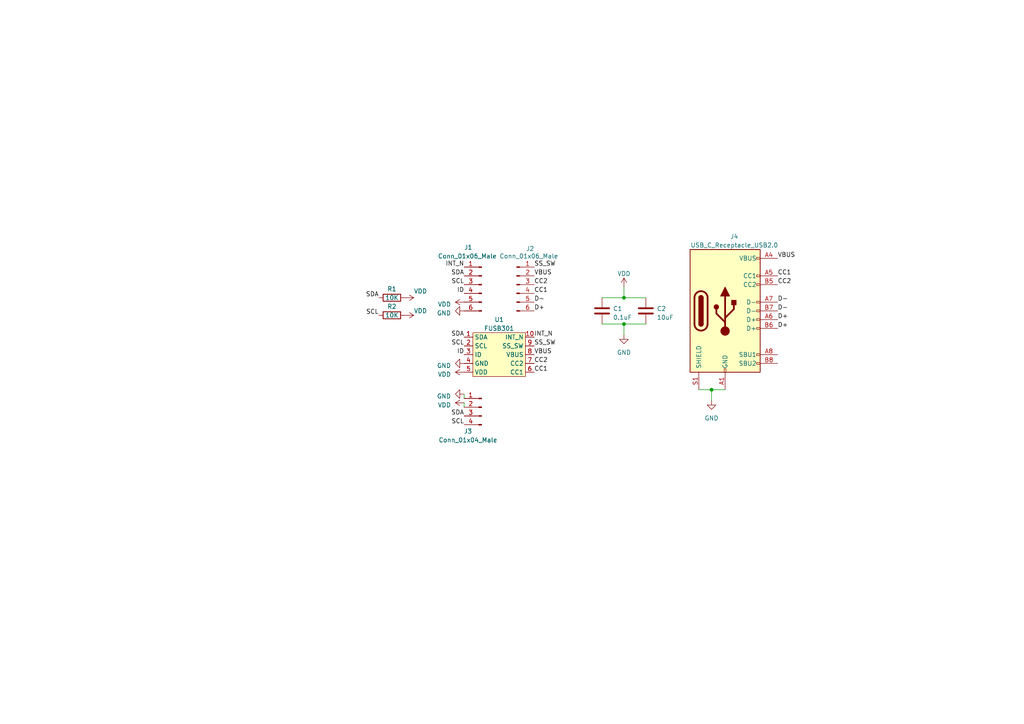
<source format=kicad_sch>
(kicad_sch (version 20210406) (generator eeschema)
  (paper "A4")
  (lib_symbols
    (symbol "Connector:Conn_01x04_Male" (pin_names (offset 1.016) hide)
      (property "Reference" "J" (at 0 5.08 0))
      (property "Value" "Conn_01x04_Male" (at 0 -7.62 0))
      (symbol "Conn_01x04_Male_1_1"
        (rectangle (start 0.8636 -4.953) (end 0 -5.207) (stroke (width 0.1524)) (fill (type outline)))
        (rectangle (start 0.8636 -2.413) (end 0 -2.667) (stroke (width 0.1524)) (fill (type outline)))
        (rectangle (start 0.8636 0.127) (end 0 -0.127) (stroke (width 0.1524)) (fill (type outline)))
        (rectangle (start 0.8636 2.667) (end 0 2.413) (stroke (width 0.1524)) (fill (type outline)))
        (polyline (pts (xy 1.27 -5.08) (xy 0.8636 -5.08)) (stroke (width 0.1524)))
        (polyline (pts (xy 1.27 -2.54) (xy 0.8636 -2.54)) (stroke (width 0.1524)))
        (polyline (pts (xy 1.27 0) (xy 0.8636 0)) (stroke (width 0.1524)))
        (polyline (pts (xy 1.27 2.54) (xy 0.8636 2.54)) (stroke (width 0.1524)))
        (pin passive line (at 5.08 2.54 180) (length 3.81) (name "Pin_1") (number "1"))
        (pin passive line (at 5.08 0 180) (length 3.81) (name "Pin_2") (number "2"))
        (pin passive line (at 5.08 -2.54 180) (length 3.81) (name "Pin_3") (number "3"))
        (pin passive line (at 5.08 -5.08 180) (length 3.81) (name "Pin_4") (number "4"))
      )
    )
    (symbol "Connector:Conn_01x06_Male" (pin_names (offset 1.016) hide)
      (property "Reference" "J" (at 0 7.62 0))
      (property "Value" "Conn_01x06_Male" (at 0 -10.16 0))
      (symbol "Conn_01x06_Male_1_1"
        (rectangle (start 0.8636 -7.493) (end 0 -7.747) (stroke (width 0.1524)) (fill (type outline)))
        (rectangle (start 0.8636 -4.953) (end 0 -5.207) (stroke (width 0.1524)) (fill (type outline)))
        (rectangle (start 0.8636 -2.413) (end 0 -2.667) (stroke (width 0.1524)) (fill (type outline)))
        (rectangle (start 0.8636 0.127) (end 0 -0.127) (stroke (width 0.1524)) (fill (type outline)))
        (rectangle (start 0.8636 2.667) (end 0 2.413) (stroke (width 0.1524)) (fill (type outline)))
        (rectangle (start 0.8636 5.207) (end 0 4.953) (stroke (width 0.1524)) (fill (type outline)))
        (polyline (pts (xy 1.27 -7.62) (xy 0.8636 -7.62)) (stroke (width 0.1524)))
        (polyline (pts (xy 1.27 -5.08) (xy 0.8636 -5.08)) (stroke (width 0.1524)))
        (polyline (pts (xy 1.27 -2.54) (xy 0.8636 -2.54)) (stroke (width 0.1524)))
        (polyline (pts (xy 1.27 0) (xy 0.8636 0)) (stroke (width 0.1524)))
        (polyline (pts (xy 1.27 2.54) (xy 0.8636 2.54)) (stroke (width 0.1524)))
        (polyline (pts (xy 1.27 5.08) (xy 0.8636 5.08)) (stroke (width 0.1524)))
        (pin passive line (at 5.08 5.08 180) (length 3.81) (name "Pin_1") (number "1"))
        (pin passive line (at 5.08 2.54 180) (length 3.81) (name "Pin_2") (number "2"))
        (pin passive line (at 5.08 0 180) (length 3.81) (name "Pin_3") (number "3"))
        (pin passive line (at 5.08 -2.54 180) (length 3.81) (name "Pin_4") (number "4"))
        (pin passive line (at 5.08 -5.08 180) (length 3.81) (name "Pin_5") (number "5"))
        (pin passive line (at 5.08 -7.62 180) (length 3.81) (name "Pin_6") (number "6"))
      )
    )
    (symbol "Connector:USB_C_Receptacle_USB2.0" (pin_names (offset 1.016))
      (property "Reference" "J" (at -10.16 19.05 0))
      (property "Value" "USB_C_Receptacle_USB2.0" (at 19.05 19.05 0))
      (symbol "USB_C_Receptacle_USB2.0_0_0"
        (rectangle (start -0.254 -17.78) (end 0.254 -16.764))
        (rectangle (start 10.16 -14.986) (end 9.144 -15.494))
        (rectangle (start 10.16 -12.446) (end 9.144 -12.954))
        (rectangle (start 10.16 -4.826) (end 9.144 -5.334))
        (rectangle (start 10.16 -2.286) (end 9.144 -2.794))
        (rectangle (start 10.16 0.254) (end 9.144 -0.254))
        (rectangle (start 10.16 2.794) (end 9.144 2.286))
        (rectangle (start 10.16 7.874) (end 9.144 7.366))
        (rectangle (start 10.16 10.414) (end 9.144 9.906))
        (rectangle (start 10.16 15.494) (end 9.144 14.986))
      )
      (symbol "USB_C_Receptacle_USB2.0_0_1"
        (arc (start -8.89 -3.81) (end -5.08 -3.81) (radius (at -6.985 -3.81) (length 1.905) (angles -179.9 -0.1)) (stroke (width 0.508)))
        (arc (start -7.62 -3.81) (end -6.35 -3.81) (radius (at -6.985 -3.81) (length 0.635) (angles -179.9 -0.1)) (stroke (width 0.254)))
        (arc (start -6.35 3.81) (end -7.62 3.81) (radius (at -6.985 3.81) (length 0.635) (angles 0.1 179.9)) (stroke (width 0.254)))
        (arc (start -5.08 3.81) (end -8.89 3.81) (radius (at -6.985 3.81) (length 1.905) (angles 0.1 179.9)) (stroke (width 0.508)))
        (arc (start -7.62 -3.81) (end -6.35 -3.81) (radius (at -6.985 -3.81) (length 0.635) (angles -179.9 -0.1)) (stroke (width 0.254)) (fill (type outline)))
        (arc (start -6.35 3.81) (end -7.62 3.81) (radius (at -6.985 3.81) (length 0.635) (angles 0.1 179.9)) (stroke (width 0.254)) (fill (type outline)))
        (circle (center -2.54 1.143) (radius 0.635) (stroke (width 0.254)) (fill (type outline)))
        (circle (center 0 -5.842) (radius 1.27) (fill (type outline)))
        (rectangle (start -7.62 -3.81) (end -6.35 3.81) (stroke (width 0.254)) (fill (type outline)))
        (rectangle (start 1.905 1.778) (end 3.175 3.048) (stroke (width 0.254)) (fill (type outline)))
        (rectangle (start -10.16 17.78) (end 10.16 -17.78) (stroke (width 0.254)) (fill (type background)))
        (polyline (pts (xy -8.89 -3.81) (xy -8.89 3.81)) (stroke (width 0.508)))
        (polyline (pts (xy -5.08 3.81) (xy -5.08 -3.81)) (stroke (width 0.508)))
        (polyline (pts (xy 0 -5.842) (xy 0 4.318)) (stroke (width 0.508)))
        (polyline (pts (xy 0 -3.302) (xy -2.54 -0.762) (xy -2.54 0.508)) (stroke (width 0.508)))
        (polyline (pts (xy 0 -2.032) (xy 2.54 0.508) (xy 2.54 1.778)) (stroke (width 0.508)))
        (polyline (pts (xy -1.27 4.318) (xy 0 6.858) (xy 1.27 4.318) (xy -1.27 4.318)) (stroke (width 0.254)) (fill (type outline)))
      )
      (symbol "USB_C_Receptacle_USB2.0_1_1"
        (pin passive line (at 0 -22.86 90) (length 5.08) (name "GND") (number "A1"))
        (pin passive line (at 0 -22.86 90) (length 5.08) hide (name "GND") (number "A12"))
        (pin passive line (at 15.24 15.24 180) (length 5.08) (name "VBUS") (number "A4"))
        (pin bidirectional line (at 15.24 10.16 180) (length 5.08) (name "CC1") (number "A5"))
        (pin bidirectional line (at 15.24 -2.54 180) (length 5.08) (name "D+") (number "A6"))
        (pin bidirectional line (at 15.24 2.54 180) (length 5.08) (name "D-") (number "A7"))
        (pin bidirectional line (at 15.24 -12.7 180) (length 5.08) (name "SBU1") (number "A8"))
        (pin passive line (at 15.24 15.24 180) (length 5.08) hide (name "VBUS") (number "A9"))
        (pin passive line (at 0 -22.86 90) (length 5.08) hide (name "GND") (number "B1"))
        (pin passive line (at 0 -22.86 90) (length 5.08) hide (name "GND") (number "B12"))
        (pin passive line (at 15.24 15.24 180) (length 5.08) hide (name "VBUS") (number "B4"))
        (pin bidirectional line (at 15.24 7.62 180) (length 5.08) (name "CC2") (number "B5"))
        (pin bidirectional line (at 15.24 -5.08 180) (length 5.08) (name "D+") (number "B6"))
        (pin bidirectional line (at 15.24 0 180) (length 5.08) (name "D-") (number "B7"))
        (pin bidirectional line (at 15.24 -15.24 180) (length 5.08) (name "SBU2") (number "B8"))
        (pin passive line (at 15.24 15.24 180) (length 5.08) hide (name "VBUS") (number "B9"))
        (pin passive line (at -7.62 -22.86 90) (length 5.08) (name "SHIELD") (number "S1"))
      )
    )
    (symbol "Device:C" (pin_numbers hide) (pin_names (offset 0.254))
      (property "Reference" "C" (at 0.635 2.54 0))
      (property "Value" "C" (at 0.635 -2.54 0))
      (symbol "C_0_1"
        (polyline (pts (xy -2.032 -0.762) (xy 2.032 -0.762)) (stroke (width 0.508)))
        (polyline (pts (xy -2.032 0.762) (xy 2.032 0.762)) (stroke (width 0.508)))
      )
      (symbol "C_1_1"
        (pin passive line (at 0 3.81 270) (length 2.794) (name "~") (number "1"))
        (pin passive line (at 0 -3.81 90) (length 2.794) (name "~") (number "2"))
      )
    )
    (symbol "Device:R" (pin_numbers hide) (pin_names (offset 0))
      (property "Reference" "R" (at 2.032 0 90))
      (property "Value" "R" (at 0 0 90))
      (symbol "R_0_1"
        (rectangle (start -1.016 -2.54) (end 1.016 2.54) (stroke (width 0.254)))
      )
      (symbol "R_1_1"
        (pin passive line (at 0 3.81 270) (length 1.27) (name "~") (number "1"))
        (pin passive line (at 0 -3.81 90) (length 1.27) (name "~") (number "2"))
      )
    )
    (symbol "FUSB301:FUSB301"
      (property "Reference" "U" (at 0 0 0))
      (property "Value" "FUSB301" (at 0 0 0))
      (symbol "FUSB301_0_1"
        (rectangle (start -7.62 -1.27) (end 7.62 -13.97) (stroke (width 0.1524)) (fill (type background)))
      )
      (symbol "FUSB301_1_1"
        (pin bidirectional line (at -10.16 -2.54 0) (length 2.54) (name "SDA") (number "1"))
        (pin output line (at 10.16 -2.54 180) (length 2.54) (name "INT_N") (number "10"))
        (pin input line (at -10.16 -5.08 0) (length 2.54) (name "SCL") (number "2"))
        (pin output line (at -10.16 -7.62 0) (length 2.54) (name "ID") (number "3"))
        (pin power_in line (at -10.16 -10.16 0) (length 2.54) (name "GND") (number "4"))
        (pin power_in line (at -10.16 -12.7 0) (length 2.54) (name "VDD") (number "5"))
        (pin bidirectional line (at 10.16 -12.7 180) (length 2.54) (name "CC1") (number "6"))
        (pin bidirectional line (at 10.16 -10.16 180) (length 2.54) (name "CC2") (number "7"))
        (pin input line (at 10.16 -7.62 180) (length 2.54) (name "VBUS") (number "8"))
        (pin output line (at 10.16 -5.08 180) (length 2.54) (name "SS_SW") (number "9"))
      )
    )
    (symbol "power:GND" (power) (pin_names (offset 0))
      (property "Value" "GND" (at 0 -3.81 0))
      (symbol "GND_0_1"
        (polyline (pts (xy 0 0) (xy 0 -1.27) (xy 1.27 -1.27) (xy 0 -2.54) (xy -1.27 -1.27) (xy 0 -1.27)))
      )
      (symbol "GND_1_1"
        (pin power_in line (at 0 0 270) (length 0) hide (name "GND") (number "1"))
      )
    )
    (symbol "power:VDD" (power) (pin_names (offset 0))
      (property "Value" "VDD" (at 0 3.81 0))
      (symbol "VDD_0_1"
        (polyline (pts (xy -0.762 1.27) (xy 0 2.54)))
        (polyline (pts (xy 0 0) (xy 0 2.54)))
        (polyline (pts (xy 0 2.54) (xy 0.762 1.27)))
      )
      (symbol "VDD_1_1"
        (pin power_in line (at 0 0 90) (length 0) hide (name "VDD") (number "1"))
      )
    )
  )
  (junction (at 180.975 86.36) (diameter 0.9144))
  (junction (at 180.975 93.98) (diameter 0.9144))
  (junction (at 206.375 113.03) (diameter 0.9144))
  (wire (pts (xy 134.62 114.3) (xy 134.62 115.57)))
  (wire (pts (xy 134.62 116.84) (xy 134.62 118.11)))
  (wire (pts (xy 174.625 93.98) (xy 180.975 93.98)))
  (wire (pts (xy 180.975 83.185) (xy 180.975 86.36)))
  (wire (pts (xy 180.975 86.36) (xy 174.625 86.36)))
  (wire (pts (xy 180.975 93.98) (xy 180.975 97.155)))
  (wire (pts (xy 187.325 86.36) (xy 180.975 86.36)))
  (wire (pts (xy 187.325 93.98) (xy 180.975 93.98)))
  (wire (pts (xy 206.375 113.03) (xy 202.692 113.03)))
  (wire (pts (xy 206.375 116.205) (xy 206.375 113.03)))
  (wire (pts (xy 210.312 113.03) (xy 206.375 113.03)))
  (label "SDA" (at 109.855 86.36 180))
  (label "SCL" (at 109.855 91.44 180))
  (label "INT_N" (at 134.62 77.47 180))
  (label "SDA" (at 134.62 80.01 180))
  (label "SCL" (at 134.62 82.55 180))
  (label "ID" (at 134.62 85.09 180))
  (label "SDA" (at 134.62 97.79 180))
  (label "SCL" (at 134.62 100.33 180))
  (label "ID" (at 134.62 102.87 180))
  (label "SDA" (at 134.62 120.65 180))
  (label "SCL" (at 134.62 123.19 180))
  (label "SS_SW" (at 154.94 77.47 0))
  (label "VBUS" (at 154.94 80.01 0))
  (label "CC2" (at 154.94 82.55 0))
  (label "CC1" (at 154.94 85.09 0))
  (label "D-" (at 154.94 87.63 0))
  (label "D+" (at 154.94 90.17 0))
  (label "INT_N" (at 154.94 97.79 0))
  (label "SS_SW" (at 154.94 100.33 0))
  (label "VBUS" (at 154.94 102.87 0))
  (label "CC2" (at 154.94 105.41 0))
  (label "CC1" (at 154.94 107.95 0))
  (label "VBUS" (at 225.552 74.93 0))
  (label "CC1" (at 225.552 80.01 0))
  (label "CC2" (at 225.552 82.55 0))
  (label "D-" (at 225.552 87.63 0))
  (label "D-" (at 225.552 90.17 0))
  (label "D+" (at 225.552 92.71 0))
  (label "D+" (at 225.552 95.25 0))
  (symbol (lib_id "power:VDD") (at 117.475 86.36 270) (mirror x) (unit 1)
    (property "Reference" "#PWR05" (effects hide))
    (property "Value" "VDD" (at 120.015 84.4549 90) (effects (justify left)))
  )
  (symbol (lib_id "power:VDD") (at 117.475 91.44 270) (mirror x) (unit 1)
    (property "Reference" "#PWR06" (effects hide))
    (property "Value" "VDD" (at 120.015 90.1699 90) (effects (justify left)))
  )
  (symbol (lib_id "power:VDD") (at 134.62 87.63 90) (unit 1)
    (property "Reference" "#PWR0103" (effects hide))
    (property "Value" "VDD" (at 130.81 88.2649 90) (effects (justify left)))
  )
  (symbol (lib_id "power:VDD") (at 134.62 107.95 90) (unit 1)
    (property "Reference" "#PWR0101" (effects hide))
    (property "Value" "VDD" (at 130.81 108.5849 90) (effects (justify left)))
  )
  (symbol (lib_id "power:VDD") (at 134.62 116.84 90) (mirror x) (unit 1)
    (property "Reference" "#PWR02" (effects hide))
    (property "Value" "VDD" (at 130.81 117.4749 90) (effects (justify left)))
  )
  (symbol (lib_id "power:VDD") (at 180.975 83.185 0) (unit 1)
    (property "Reference" "#PWR0105" (effects hide))
    (property "Value" "VDD" (at 180.975 79.375 0))
  )
  (symbol (lib_id "power:GND") (at 134.62 90.17 270) (unit 1)
    (property "Reference" "#PWR0104" (effects hide))
    (property "Value" "GND" (at 130.81 90.8049 90) (effects (justify right)))
  )
  (symbol (lib_id "power:GND") (at 134.62 105.41 270) (unit 1)
    (property "Reference" "#PWR0102" (effects hide))
    (property "Value" "GND" (at 130.81 106.0449 90) (effects (justify right)))
  )
  (symbol (lib_id "power:GND") (at 134.62 114.3 270) (mirror x) (unit 1)
    (property "Reference" "#PWR01" (effects hide))
    (property "Value" "GND" (at 130.81 114.9349 90) (effects (justify right)))
  )
  (symbol (lib_id "power:GND") (at 180.975 97.155 0) (unit 1)
    (property "Reference" "#PWR0106" (effects hide))
    (property "Value" "GND" (at 180.975 102.235 0))
  )
  (symbol (lib_id "power:GND") (at 206.375 116.205 0) (unit 1)
    (property "Reference" "#PWR0107" (effects hide))
    (property "Value" "GND" (at 206.375 121.285 0))
  )
  (symbol (lib_id "Device:R") (at 113.665 86.36 270) (unit 1)
    (property "Reference" "R1" (at 113.665 83.82 90))
    (property "Value" "10K" (at 113.665 86.36 90))
    (property "Footprint" "Resistor_SMD:R_0402_1005Metric" (effects hide))
    (property "LCSC" "C25744" (effects hide))
  )
  (symbol (lib_id "Device:R") (at 113.665 91.44 270) (unit 1)
    (property "Reference" "R2" (at 113.665 88.9 90))
    (property "Value" "10K" (at 113.665 91.44 90))
    (property "Footprint" "Resistor_SMD:R_0402_1005Metric" (effects hide))
    (property "LCSC" "C25744" (effects hide))
  )
  (symbol (lib_id "Device:C") (at 174.625 90.17 0) (unit 1)
    (property "Reference" "C1" (at 177.8 89.5349 0) (effects (justify left)))
    (property "Value" "0.1uF" (at 177.8 92.0749 0) (effects (justify left)))
    (property "Footprint" "Capacitor_SMD:C_0402_1005Metric" (effects hide))
    (property "LCSC" "C1525" (effects hide))
  )
  (symbol (lib_id "Device:C") (at 187.325 90.17 0) (unit 1)
    (property "Reference" "C2" (at 190.5 89.5349 0) (effects (justify left)))
    (property "Value" "10uF" (at 190.5 92.0749 0) (effects (justify left)))
    (property "Footprint" "Capacitor_SMD:C_0402_1005Metric" (effects hide))
    (property "LCSC" "C15525" (effects hide))
  )
  (symbol (lib_id "Connector:Conn_01x04_Male") (at 139.7 118.11 0) (mirror y) (unit 1)
    (property "Reference" "J3" (at 135.7376 125.095 0))
    (property "Value" "Conn_01x04_Male" (at 135.7376 127.635 0))
    (property "Footprint" "Connector_JST:JST_SH_SM04B-SRSS-TB_1x04-1MP_P1.00mm_Horizontal" (effects hide))
    (property "LCSC" "C160404" (effects hide))
  )
  (symbol (lib_id "Connector:Conn_01x06_Male") (at 139.7 82.55 0) (mirror y) (unit 1)
    (property "Reference" "J1" (at 134.62 71.7549 0) (effects (justify right)))
    (property "Value" "Conn_01x06_Male" (at 127 74.2949 0) (effects (justify right)))
    (property "Footprint" "Connector_PinHeader_2.54mm:PinHeader_1x06_P2.54mm_Vertical" (effects hide))
  )
  (symbol (lib_id "Connector:Conn_01x06_Male") (at 149.86 82.55 0) (unit 1)
    (property "Reference" "J2" (at 154.94 72.1359 0) (effects (justify right)))
    (property "Value" "Conn_01x06_Male" (at 161.925 74.2949 0) (effects (justify right)))
    (property "Footprint" "Connector_PinHeader_2.54mm:PinHeader_1x06_P2.54mm_Vertical" (effects hide))
  )
  (symbol (lib_id "FUSB301:FUSB301") (at 144.78 95.25 0) (unit 1)
    (property "Reference" "U1" (at 144.78 92.71 0))
    (property "Value" "FUSB301" (at 144.78 95.25 0))
    (property "Footprint" "FUSB301:OnSemi_X2QFN-10_1.6x1.2mm_P0.4mm" (effects hide))
    (property "LCSC" "C132290" (effects hide))
  )
  (symbol (lib_id "Connector:USB_C_Receptacle_USB2.0") (at 210.312 90.17 0) (unit 1)
    (property "Reference" "J4" (at 212.979 68.58 0))
    (property "Value" "USB_C_Receptacle_USB2.0" (at 212.979 71.12 0))
    (property "Footprint" "Connector_USB:USB_C_Receptacle_Palconn_UTC16-G" (effects hide))
    (property "Datasheet" "https://www.usb.org/sites/default/files/documents/usb_type-c.zip" (effects hide))
  )
)
</source>
